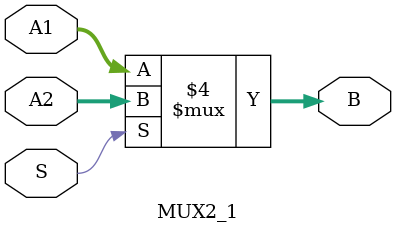
<source format=v>
module MUX2_1(A1,A2,S,B
    );
	 input [127:0] A1,A2;
	 input S;
	 output reg [127:0]B;
	 
	 always @(*)
	 begin
			if(S==0)
				B=A1;
			else
				B=A2;
	 end
endmodule

</source>
